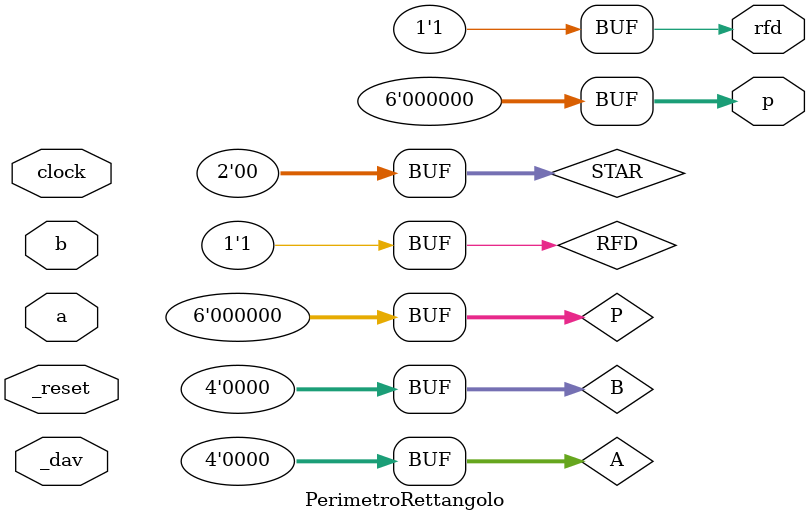
<source format=v>

module PerimetroRettangolo(
    a, b, clock, _reset, _dav,
    p, rfd
);
    input [3:0] a, b;
    input clock, _reset, _dav;

    reg [3:0] A, B;

    output [5:0] p; // 2 * (a + b)
    output rfd;

    reg [5:0] P;
    assign p = P;

    reg RFD;
    assign rfd = RFD;

    reg [1:0] STAR;
    localparam
        S0 = 'B00,
        S1 = 'B01,
        S2 = 'B10,
        S3 = 'B11;

    always @(_reset == 0) #1
        begin
            P <= 0;
            RFD <= 1;
            STAR <= S0;
            A <= 0;
            B <= 0;
        end

    always @(posedge clock) if(_reset == 1) #1
        casex(STAR)
            S0:
                begin
                    STAR <= (_dav == 0) ? S1 : S0;
                    P <= P;
                end     

            S1:
                begin
                    A <= a;
                    B <= b;
                    RFD <= 0;
                    STAR <= S2;
                end

            S2:
                begin
                    STAR <= (_dav == 1) ? S3 : S1;
                end

            S3:
                begin
                    P <= 2 * (A + B);
                    STAR <= S0;
                    RFD <= 1;
                end

        endcase

endmodule

</source>
